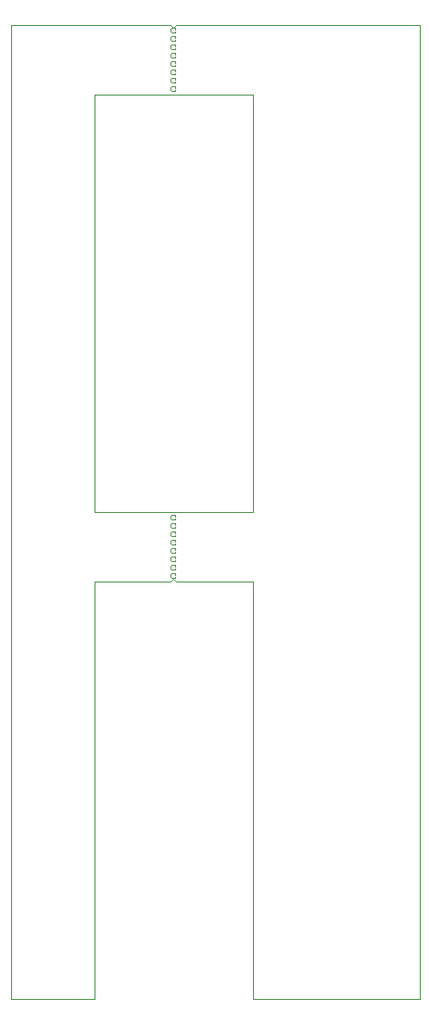
<source format=gm1>
G04 #@! TF.GenerationSoftware,KiCad,Pcbnew,7.0.7*
G04 #@! TF.CreationDate,2023-09-11T08:48:11-04:00*
G04 #@! TF.ProjectId,Breadboard supply rail,42726561-6462-46f6-9172-642073757070,rev?*
G04 #@! TF.SameCoordinates,Original*
G04 #@! TF.FileFunction,Profile,NP*
%FSLAX46Y46*%
G04 Gerber Fmt 4.6, Leading zero omitted, Abs format (unit mm)*
G04 Created by KiCad (PCBNEW 7.0.7) date 2023-09-11 08:48:11*
%MOMM*%
%LPD*%
G01*
G04 APERTURE LIST*
G04 #@! TA.AperFunction,Profile*
%ADD10C,0.100000*%
G04 #@! TD*
G04 APERTURE END LIST*
D10*
X137922000Y-142875000D02*
X137922000Y-104775000D01*
X130302000Y-142875000D02*
X130302000Y-53975000D01*
X152400000Y-142875000D02*
X152400000Y-104775000D01*
X137922000Y-98425000D02*
X137922000Y-60325000D01*
X145415000Y-104267000D02*
G75*
G03*
X145415000Y-104267000I-254000J0D01*
G01*
X145415000Y-103505000D02*
G75*
G03*
X145415000Y-103505000I-254000J0D01*
G01*
X145415000Y-100457000D02*
G75*
G03*
X145415000Y-100457000I-254000J0D01*
G01*
X145415000Y-58293000D02*
G75*
G03*
X145415000Y-58293000I-254000J0D01*
G01*
X145415000Y-54483000D02*
G75*
G03*
X145415000Y-54483000I-254000J0D01*
G01*
X152400000Y-98425000D02*
X152400000Y-60325000D01*
X152400000Y-142875000D02*
X167640000Y-142875000D01*
X145415000Y-101219000D02*
G75*
G03*
X145415000Y-101219000I-254000J0D01*
G01*
X145415000Y-55245000D02*
G75*
G03*
X145415000Y-55245000I-254000J0D01*
G01*
X144907000Y-53975000D02*
X145161000Y-54229000D01*
X145415000Y-98933000D02*
G75*
G03*
X145415000Y-98933000I-254000J0D01*
G01*
X144907000Y-104775000D02*
X145161000Y-104521000D01*
X152400000Y-104775000D02*
X145415000Y-104775000D01*
X145415000Y-56007000D02*
G75*
G03*
X145415000Y-56007000I-254000J0D01*
G01*
X152400000Y-60325000D02*
X137922000Y-60325000D01*
X137922000Y-98425000D02*
X152400000Y-98425000D01*
X145415000Y-53975000D02*
X167640000Y-53975000D01*
X145415000Y-101981000D02*
G75*
G03*
X145415000Y-101981000I-254000J0D01*
G01*
X145415000Y-99695000D02*
G75*
G03*
X145415000Y-99695000I-254000J0D01*
G01*
X137922000Y-142875000D02*
X130302000Y-142875000D01*
X145415000Y-104775000D02*
X145161000Y-104521000D01*
X144907000Y-104775000D02*
X137922000Y-104775000D01*
X145415000Y-53975000D02*
X145161000Y-54229000D01*
X145415000Y-56769000D02*
G75*
G03*
X145415000Y-56769000I-254000J0D01*
G01*
X167640000Y-142875000D02*
X167640000Y-53975000D01*
X145415000Y-57531000D02*
G75*
G03*
X145415000Y-57531000I-254000J0D01*
G01*
X145415000Y-59055000D02*
G75*
G03*
X145415000Y-59055000I-254000J0D01*
G01*
X144907000Y-53975000D02*
X130302000Y-53975000D01*
X145415000Y-59817000D02*
G75*
G03*
X145415000Y-59817000I-254000J0D01*
G01*
X145415000Y-102743000D02*
G75*
G03*
X145415000Y-102743000I-254000J0D01*
G01*
M02*

</source>
